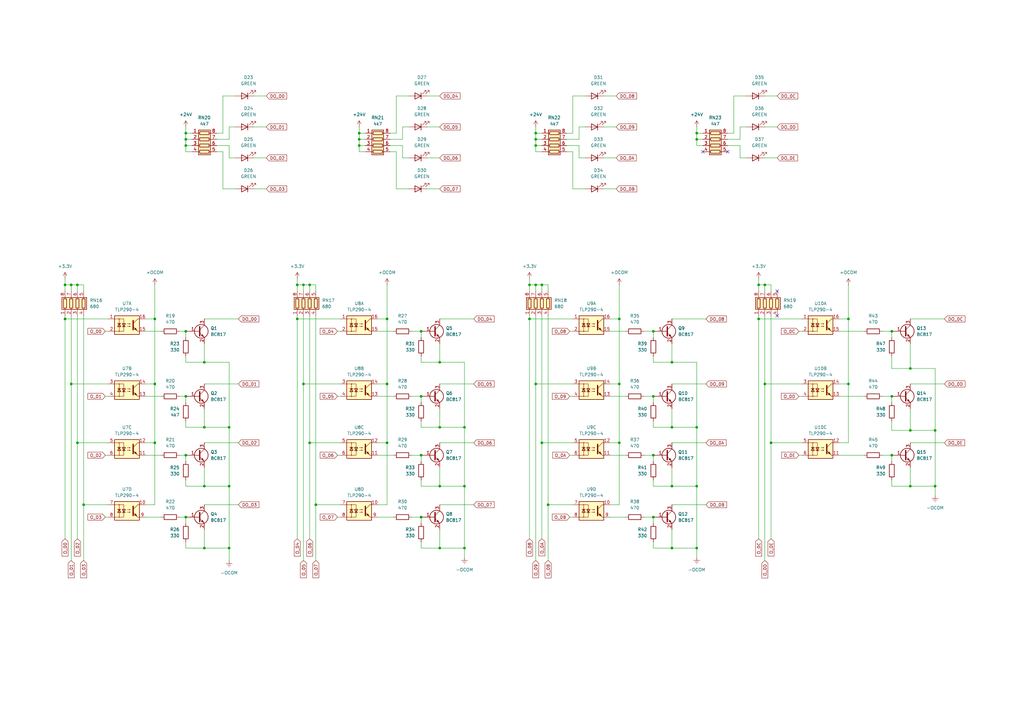
<source format=kicad_sch>
(kicad_sch (version 20231120) (generator "eeschema") (generator_version "8.0")
  (paper "A3")
  (lib_symbols
    (symbol "+24V_1" (power) (pin_numbers hide) (pin_names (offset 0) hide)
      (property "Value" "+24V" (at 0 3.556 0))
      (symbol "+24V_1_1_1"
        (pin power_in line (at 0 0 90) (length 0) (name "~") (number "1"))
      )
    )
    (symbol "Device:LED" (pin_numbers hide) (pin_names (offset 1.016) hide)
      (property "Reference" "D" (at 0 2.54 0))
      (property "Value" "LED" (at 0 -2.54 0))
      (symbol "LED_1_1"
        (pin passive line (at -3.81 0 0) (length 2.54) (name "K") (number "1"))
        (pin passive line (at 3.81 0 180) (length 2.54) (name "A") (number "2"))
      )
    )
    (symbol "Device:R" (pin_numbers hide) (pin_names (offset 0))
      (property "Reference" "R" (at 2.032 0 90))
      (property "Value" "R" (at 0 0 90))
      (symbol "R_1_1"
        (pin passive line (at 0 3.81 270) (length 1.27) (name "~") (number "1"))
        (pin passive line (at 0 -3.81 90) (length 1.27) (name "~") (number "2"))
      )
    )
    (symbol "Device:R_Pack04" (pin_names (offset 0) hide)
      (property "Reference" "RN" (at -7.62 0 90))
      (property "Value" "R_Pack04" (at 5.08 0 90))
      (symbol "R_Pack04_1_1"
        (pin passive line (at -5.08 -5.08 90) (length 2.54) (name "R1.1") (number "1"))
        (pin passive line (at -2.54 -5.08 90) (length 2.54) (name "R2.1") (number "2"))
        (pin passive line (at 0 -5.08 90) (length 2.54) (name "R3.1") (number "3"))
        (pin passive line (at 2.54 -5.08 90) (length 2.54) (name "R4.1") (number "4"))
        (pin passive line (at 2.54 5.08 270) (length 2.54) (name "R4.2") (number "5"))
        (pin passive line (at 0 5.08 270) (length 2.54) (name "R3.2") (number "6"))
        (pin passive line (at -2.54 5.08 270) (length 2.54) (name "R2.2") (number "7"))
        (pin passive line (at -5.08 5.08 270) (length 2.54) (name "R1.2") (number "8"))
      )
    )
    (symbol "Isolator:TLP290-4" (pin_names (offset 1.016))
      (property "Reference" "U" (at -5.08 5.08 0))
      (property "Value" "TLP290-4" (at 0 5.08 0))
      (symbol "TLP290-4_1_1"
        (pin passive line (at -7.62 2.54 0) (length 2.54) (name "~") (number "1"))
        (pin passive line (at 7.62 -2.54 180) (length 2.54) (name "~") (number "15"))
        (pin passive line (at 7.62 2.54 180) (length 2.54) (name "~") (number "16"))
        (pin passive line (at -7.62 -2.54 0) (length 2.54) (name "~") (number "2"))
      )
      (symbol "TLP290-4_2_1"
        (pin passive line (at 7.62 -2.54 180) (length 2.54) (name "~") (number "13"))
        (pin passive line (at 7.62 2.54 180) (length 2.54) (name "~") (number "14"))
        (pin passive line (at -7.62 2.54 0) (length 2.54) (name "~") (number "3"))
        (pin passive line (at -7.62 -2.54 0) (length 2.54) (name "~") (number "4"))
      )
      (symbol "TLP290-4_3_1"
        (pin passive line (at 7.62 -2.54 180) (length 2.54) (name "~") (number "11"))
        (pin passive line (at 7.62 2.54 180) (length 2.54) (name "~") (number "12"))
        (pin passive line (at -7.62 2.54 0) (length 2.54) (name "~") (number "5"))
        (pin passive line (at -7.62 -2.54 0) (length 2.54) (name "~") (number "6"))
      )
      (symbol "TLP290-4_4_1"
        (pin passive line (at 7.62 2.54 180) (length 2.54) (name "~") (number "10"))
        (pin passive line (at -7.62 2.54 0) (length 2.54) (name "~") (number "7"))
        (pin passive line (at -7.62 -2.54 0) (length 2.54) (name "~") (number "8"))
        (pin passive line (at 7.62 -2.54 180) (length 2.54) (name "~") (number "9"))
      )
    )
    (symbol "R_Pack04_3" (pin_names (offset 0) hide)
      (property "Reference" "RN" (at -7.62 0 90))
      (property "Value" "R_Pack04" (at 5.08 0 90))
      (symbol "R_Pack04_3_1_1"
        (pin passive line (at -5.08 -5.08 90) (length 2.54) (name "R1.1") (number "1"))
        (pin passive line (at -2.54 -5.08 90) (length 2.54) (name "R2.1") (number "2"))
        (pin passive line (at 0 -5.08 90) (length 2.54) (name "R3.1") (number "3"))
        (pin passive line (at 2.54 -5.08 90) (length 2.54) (name "R4.1") (number "4"))
        (pin passive line (at 2.54 5.08 270) (length 2.54) (name "R4.2") (number "5"))
        (pin passive line (at 0 5.08 270) (length 2.54) (name "R3.2") (number "6"))
        (pin passive line (at -2.54 5.08 270) (length 2.54) (name "R2.2") (number "7"))
        (pin passive line (at -5.08 5.08 270) (length 2.54) (name "R1.2") (number "8"))
      )
    )
    (symbol "Transistor_BJT:BC817" (pin_names (offset 0) hide)
      (property "Reference" "Q" (at 5.08 1.905 0))
      (property "Value" "BC817" (at 5.08 0 0))
      (symbol "BC817_1_1"
        (pin input line (at -5.08 0 0) (length 5.715) (name "B") (number "1"))
        (pin passive line (at 2.54 -5.08 90) (length 2.54) (name "E") (number "2"))
        (pin passive line (at 2.54 5.08 270) (length 2.54) (name "C") (number "3"))
      )
    )
    (symbol "power:+24V" (power) (pin_names (offset 0))
      (property "Value" "+24V" (at 0 3.556 0))
      (symbol "+24V_1_1"
        (pin power_in line (at 0 0 90) (length 0) hide (name "+24V") (number "1"))
      )
    )
    (symbol "power:GNDREF" (power) (pin_names (offset 0))
      (property "Value" "GNDREF" (at 0 -3.81 0))
      (symbol "GNDREF_1_1"
        (pin power_in line (at 0 0 270) (length 0) hide (name "GNDREF") (number "1"))
      )
    )
  )
  (junction (at 129.54 207.01))
  (junction (at 180.34 148.59))
  (junction (at 158.75 157.48))
  (junction (at 285.75 54.61))
  (junction (at 365.76 135.89))
  (junction (at 217.17 130.81))
  (junction (at 121.92 116.84))
  (junction (at 313.69 157.48))
  (junction (at 93.98 175.26))
  (junction (at 26.67 130.81))
  (junction (at 190.5 199.39))
  (junction (at 316.23 181.61))
  (junction (at 63.5 130.81))
  (junction (at 63.5 157.48))
  (junction (at 285.75 199.39))
  (junction (at 219.71 116.84))
  (junction (at 219.71 59.69))
  (junction (at 285.75 175.26))
  (junction (at 217.17 116.84))
  (junction (at 93.98 199.39))
  (junction (at 147.32 59.69))
  (junction (at 254 130.81))
  (junction (at 31.75 116.84))
  (junction (at 147.32 57.15))
  (junction (at 313.69 116.84))
  (junction (at 190.5 175.26))
  (junction (at 275.59 175.26))
  (junction (at 83.82 199.39))
  (junction (at 285.75 224.79))
  (junction (at 275.59 148.59))
  (junction (at 26.67 116.84))
  (junction (at 83.82 175.26))
  (junction (at 365.76 186.69))
  (junction (at 76.2 54.61))
  (junction (at 180.34 175.26))
  (junction (at 347.98 130.81))
  (junction (at 127 181.61))
  (junction (at 29.21 116.84))
  (junction (at 158.75 181.61))
  (junction (at 219.71 157.48))
  (junction (at 158.75 130.81))
  (junction (at 373.38 151.13))
  (junction (at 254 181.61))
  (junction (at 76.2 57.15))
  (junction (at 83.82 224.79))
  (junction (at 180.34 224.79))
  (junction (at 347.98 157.48))
  (junction (at 311.15 130.81))
  (junction (at 34.29 207.01))
  (junction (at 311.15 116.84))
  (junction (at 124.46 157.48))
  (junction (at 383.54 199.39))
  (junction (at 180.34 199.39))
  (junction (at 121.92 130.81))
  (junction (at 365.76 162.56))
  (junction (at 383.54 176.53))
  (junction (at 172.72 212.09))
  (junction (at 267.97 186.69))
  (junction (at 267.97 162.56))
  (junction (at 224.79 207.01))
  (junction (at 190.5 224.79))
  (junction (at 219.71 57.15))
  (junction (at 267.97 135.89))
  (junction (at 222.25 181.61))
  (junction (at 147.32 54.61))
  (junction (at 172.72 186.69))
  (junction (at 219.71 54.61))
  (junction (at 76.2 59.69))
  (junction (at 172.72 135.89))
  (junction (at 222.25 116.84))
  (junction (at 124.46 116.84))
  (junction (at 275.59 224.79))
  (junction (at 76.2 186.69))
  (junction (at 254 157.48))
  (junction (at 127 116.84))
  (junction (at 76.2 135.89))
  (junction (at 83.82 148.59))
  (junction (at 93.98 224.79))
  (junction (at 29.21 157.48))
  (junction (at 373.38 176.53))
  (junction (at 373.38 199.39))
  (junction (at 172.72 162.56))
  (junction (at 31.75 181.61))
  (junction (at 76.2 212.09))
  (junction (at 267.97 212.09))
  (junction (at 285.75 57.15))
  (junction (at 63.5 181.61))
  (junction (at 275.59 199.39))
  (junction (at 76.2 162.56))
  (no_connect (at 318.77 129.54))
  (no_connect (at 318.77 119.38))
  (no_connect (at 288.29 62.23))
  (no_connect (at 298.45 62.23))
  (wire (pts (xy 233.68 162.56) (xy 234.95 162.56)))
  (wire (pts (xy 138.43 162.56) (xy 139.7 162.56)))
  (wire (pts (xy 240.03 64.77) (xy 237.49 64.77)))
  (wire (pts (xy 275.59 224.79) (xy 285.75 224.79)))
  (wire (pts (xy 59.69 186.69) (xy 66.04 186.69)))
  (wire (pts (xy 63.5 157.48) (xy 63.5 130.81)))
  (wire (pts (xy 219.71 59.69) (xy 219.71 62.23)))
  (wire (pts (xy 234.95 54.61) (xy 234.95 39.37)))
  (wire (pts (xy 168.91 162.56) (xy 172.72 162.56)))
  (wire (pts (xy 83.82 148.59) (xy 93.98 148.59)))
  (wire (pts (xy 172.72 172.72) (xy 172.72 175.26)))
  (wire (pts (xy 344.17 130.81) (xy 347.98 130.81)))
  (wire (pts (xy 147.32 59.69) (xy 147.32 62.23)))
  (wire (pts (xy 285.75 54.61) (xy 285.75 57.15)))
  (wire (pts (xy 31.75 116.84) (xy 29.21 116.84)))
  (wire (pts (xy 303.53 52.07) (xy 306.07 52.07)))
  (wire (pts (xy 83.82 157.48) (xy 97.79 157.48)))
  (wire (pts (xy 59.69 135.89) (xy 66.04 135.89)))
  (wire (pts (xy 219.71 57.15) (xy 222.25 57.15)))
  (wire (pts (xy 275.59 157.48) (xy 289.56 157.48)))
  (wire (pts (xy 373.38 167.64) (xy 373.38 176.53)))
  (wire (pts (xy 149.86 54.61) (xy 147.32 54.61)))
  (wire (pts (xy 76.2 175.26) (xy 83.82 175.26)))
  (wire (pts (xy 63.5 181.61) (xy 63.5 207.01)))
  (wire (pts (xy 138.43 135.89) (xy 139.7 135.89)))
  (wire (pts (xy 373.38 199.39) (xy 383.54 199.39)))
  (wire (pts (xy 275.59 140.97) (xy 275.59 148.59)))
  (wire (pts (xy 219.71 116.84) (xy 217.17 116.84)))
  (wire (pts (xy 172.72 222.25) (xy 172.72 224.79)))
  (wire (pts (xy 138.43 186.69) (xy 139.7 186.69)))
  (wire (pts (xy 344.17 162.56) (xy 354.33 162.56)))
  (wire (pts (xy 76.2 222.25) (xy 76.2 224.79)))
  (wire (pts (xy 365.76 199.39) (xy 373.38 199.39)))
  (wire (pts (xy 303.53 64.77) (xy 303.53 59.69)))
  (wire (pts (xy 254 157.48) (xy 254 130.81)))
  (wire (pts (xy 59.69 207.01) (xy 63.5 207.01)))
  (wire (pts (xy 267.97 146.05) (xy 267.97 148.59)))
  (wire (pts (xy 76.2 189.23) (xy 76.2 186.69)))
  (wire (pts (xy 175.26 77.47) (xy 180.34 77.47)))
  (wire (pts (xy 172.72 138.43) (xy 172.72 135.89)))
  (wire (pts (xy 219.71 62.23) (xy 222.25 62.23)))
  (wire (pts (xy 172.72 175.26) (xy 180.34 175.26)))
  (wire (pts (xy 285.75 199.39) (xy 285.75 175.26)))
  (wire (pts (xy 219.71 116.84) (xy 219.71 119.38)))
  (wire (pts (xy 285.75 148.59) (xy 275.59 148.59)))
  (wire (pts (xy 298.45 54.61) (xy 300.99 54.61)))
  (wire (pts (xy 129.54 207.01) (xy 139.7 207.01)))
  (wire (pts (xy 264.16 162.56) (xy 267.97 162.56)))
  (wire (pts (xy 264.16 186.69) (xy 267.97 186.69)))
  (wire (pts (xy 149.86 59.69) (xy 147.32 59.69)))
  (wire (pts (xy 365.76 146.05) (xy 365.76 151.13)))
  (wire (pts (xy 232.41 54.61) (xy 234.95 54.61)))
  (wire (pts (xy 250.19 186.69) (xy 256.54 186.69)))
  (wire (pts (xy 313.69 157.48) (xy 313.69 229.87)))
  (wire (pts (xy 91.44 54.61) (xy 91.44 39.37)))
  (wire (pts (xy 316.23 129.54) (xy 316.23 181.61)))
  (wire (pts (xy 267.97 199.39) (xy 275.59 199.39)))
  (wire (pts (xy 303.53 57.15) (xy 303.53 52.07)))
  (wire (pts (xy 96.52 64.77) (xy 93.98 64.77)))
  (wire (pts (xy 267.97 224.79) (xy 275.59 224.79)))
  (wire (pts (xy 254 181.61) (xy 254 157.48)))
  (wire (pts (xy 190.5 228.6) (xy 190.5 224.79)))
  (wire (pts (xy 365.76 151.13) (xy 373.38 151.13)))
  (wire (pts (xy 222.25 181.61) (xy 222.25 220.98)))
  (wire (pts (xy 285.75 228.6) (xy 285.75 224.79)))
  (wire (pts (xy 172.72 214.63) (xy 172.72 212.09)))
  (wire (pts (xy 93.98 52.07) (xy 96.52 52.07)))
  (wire (pts (xy 121.92 130.81) (xy 139.7 130.81)))
  (wire (pts (xy 344.17 135.89) (xy 354.33 135.89)))
  (wire (pts (xy 180.34 157.48) (xy 194.31 157.48)))
  (wire (pts (xy 250.19 162.56) (xy 256.54 162.56)))
  (wire (pts (xy 34.29 116.84) (xy 31.75 116.84)))
  (wire (pts (xy 154.94 162.56) (xy 161.29 162.56)))
  (wire (pts (xy 373.38 181.61) (xy 387.35 181.61)))
  (wire (pts (xy 254 130.81) (xy 254 116.84)))
  (wire (pts (xy 250.19 135.89) (xy 256.54 135.89)))
  (wire (pts (xy 124.46 116.84) (xy 121.92 116.84)))
  (wire (pts (xy 383.54 199.39) (xy 383.54 176.53)))
  (wire (pts (xy 180.34 217.17) (xy 180.34 224.79)))
  (wire (pts (xy 76.2 59.69) (xy 76.2 57.15)))
  (wire (pts (xy 172.72 199.39) (xy 180.34 199.39)))
  (wire (pts (xy 93.98 148.59) (xy 93.98 175.26)))
  (wire (pts (xy 76.2 165.1) (xy 76.2 162.56)))
  (wire (pts (xy 365.76 138.43) (xy 365.76 135.89)))
  (wire (pts (xy 313.69 129.54) (xy 313.69 157.48)))
  (wire (pts (xy 219.71 59.69) (xy 219.71 57.15)))
  (wire (pts (xy 121.92 129.54) (xy 121.92 130.81)))
  (wire (pts (xy 26.67 130.81) (xy 26.67 220.98)))
  (wire (pts (xy 217.17 130.81) (xy 217.17 220.98)))
  (wire (pts (xy 88.9 57.15) (xy 93.98 57.15)))
  (wire (pts (xy 76.2 138.43) (xy 76.2 135.89)))
  (wire (pts (xy 300.99 54.61) (xy 300.99 39.37)))
  (wire (pts (xy 285.75 175.26) (xy 285.75 148.59)))
  (wire (pts (xy 83.82 140.97) (xy 83.82 148.59)))
  (wire (pts (xy 162.56 54.61) (xy 162.56 39.37)))
  (wire (pts (xy 180.34 167.64) (xy 180.34 175.26)))
  (wire (pts (xy 43.18 135.89) (xy 44.45 135.89)))
  (wire (pts (xy 373.38 130.81) (xy 387.35 130.81)))
  (wire (pts (xy 43.18 162.56) (xy 44.45 162.56)))
  (wire (pts (xy 373.38 157.48) (xy 387.35 157.48)))
  (wire (pts (xy 275.59 130.81) (xy 289.56 130.81)))
  (wire (pts (xy 313.69 52.07) (xy 318.77 52.07)))
  (wire (pts (xy 158.75 130.81) (xy 158.75 116.84)))
  (wire (pts (xy 233.68 135.89) (xy 234.95 135.89)))
  (wire (pts (xy 298.45 57.15) (xy 303.53 57.15)))
  (wire (pts (xy 267.97 214.63) (xy 267.97 212.09)))
  (wire (pts (xy 237.49 64.77) (xy 237.49 59.69)))
  (wire (pts (xy 232.41 57.15) (xy 237.49 57.15)))
  (wire (pts (xy 222.25 181.61) (xy 234.95 181.61)))
  (wire (pts (xy 83.82 207.01) (xy 97.79 207.01)))
  (wire (pts (xy 78.74 54.61) (xy 76.2 54.61)))
  (wire (pts (xy 124.46 157.48) (xy 124.46 229.87)))
  (wire (pts (xy 121.92 116.84) (xy 121.92 119.38)))
  (wire (pts (xy 76.2 214.63) (xy 76.2 212.09)))
  (wire (pts (xy 129.54 116.84) (xy 127 116.84)))
  (wire (pts (xy 31.75 181.61) (xy 31.75 220.98)))
  (wire (pts (xy 83.82 199.39) (xy 93.98 199.39)))
  (wire (pts (xy 168.91 135.89) (xy 172.72 135.89)))
  (wire (pts (xy 250.19 157.48) (xy 254 157.48)))
  (wire (pts (xy 172.72 165.1) (xy 172.72 162.56)))
  (wire (pts (xy 127 181.61) (xy 127 220.98)))
  (wire (pts (xy 59.69 157.48) (xy 63.5 157.48)))
  (wire (pts (xy 234.95 77.47) (xy 240.03 77.47)))
  (wire (pts (xy 383.54 151.13) (xy 373.38 151.13)))
  (wire (pts (xy 93.98 175.26) (xy 93.98 199.39)))
  (wire (pts (xy 303.53 59.69) (xy 298.45 59.69)))
  (wire (pts (xy 267.97 138.43) (xy 267.97 135.89)))
  (wire (pts (xy 288.29 54.61) (xy 285.75 54.61)))
  (wire (pts (xy 313.69 116.84) (xy 311.15 116.84)))
  (wire (pts (xy 26.67 129.54) (xy 26.67 130.81)))
  (wire (pts (xy 59.69 130.81) (xy 63.5 130.81)))
  (wire (pts (xy 247.65 39.37) (xy 252.73 39.37)))
  (wire (pts (xy 344.17 181.61) (xy 347.98 181.61)))
  (wire (pts (xy 78.74 59.69) (xy 76.2 59.69)))
  (wire (pts (xy 158.75 181.61) (xy 158.75 207.01)))
  (wire (pts (xy 247.65 52.07) (xy 252.73 52.07)))
  (wire (pts (xy 311.15 116.84) (xy 311.15 119.38)))
  (wire (pts (xy 76.2 54.61) (xy 76.2 57.15)))
  (wire (pts (xy 73.66 212.09) (xy 76.2 212.09)))
  (wire (pts (xy 383.54 176.53) (xy 373.38 176.53)))
  (wire (pts (xy 127 129.54) (xy 127 181.61)))
  (wire (pts (xy 313.69 116.84) (xy 313.69 119.38)))
  (wire (pts (xy 31.75 116.84) (xy 31.75 119.38)))
  (wire (pts (xy 285.75 175.26) (xy 275.59 175.26)))
  (wire (pts (xy 175.26 52.07) (xy 180.34 52.07)))
  (wire (pts (xy 180.34 181.61) (xy 194.31 181.61)))
  (wire (pts (xy 267.97 222.25) (xy 267.97 224.79)))
  (wire (pts (xy 167.64 64.77) (xy 165.1 64.77)))
  (wire (pts (xy 172.72 189.23) (xy 172.72 186.69)))
  (wire (pts (xy 172.72 196.85) (xy 172.72 199.39)))
  (wire (pts (xy 121.92 116.84) (xy 121.92 114.3)))
  (wire (pts (xy 275.59 181.61) (xy 289.56 181.61)))
  (wire (pts (xy 264.16 212.09) (xy 267.97 212.09)))
  (wire (pts (xy 158.75 181.61) (xy 158.75 157.48)))
  (wire (pts (xy 234.95 62.23) (xy 234.95 77.47)))
  (wire (pts (xy 162.56 39.37) (xy 167.64 39.37)))
  (wire (pts (xy 365.76 189.23) (xy 365.76 186.69)))
  (wire (pts (xy 104.14 52.07) (xy 109.22 52.07)))
  (wire (pts (xy 237.49 52.07) (xy 240.03 52.07)))
  (wire (pts (xy 93.98 224.79) (xy 93.98 229.87)))
  (wire (pts (xy 162.56 77.47) (xy 167.64 77.47)))
  (wire (pts (xy 83.82 217.17) (xy 83.82 224.79)))
  (wire (pts (xy 275.59 191.77) (xy 275.59 199.39)))
  (wire (pts (xy 275.59 207.01) (xy 289.56 207.01)))
  (wire (pts (xy 313.69 64.77) (xy 318.77 64.77)))
  (wire (pts (xy 224.79 116.84) (xy 222.25 116.84)))
  (wire (pts (xy 76.2 172.72) (xy 76.2 175.26)))
  (wire (pts (xy 160.02 57.15) (xy 165.1 57.15)))
  (wire (pts (xy 233.68 212.09) (xy 234.95 212.09)))
  (wire (pts (xy 365.76 165.1) (xy 365.76 162.56)))
  (wire (pts (xy 190.5 224.79) (xy 190.5 199.39)))
  (wire (pts (xy 361.95 162.56) (xy 365.76 162.56)))
  (wire (pts (xy 129.54 129.54) (xy 129.54 207.01)))
  (wire (pts (xy 180.34 207.01) (xy 194.31 207.01)))
  (wire (pts (xy 26.67 116.84) (xy 26.67 114.3)))
  (wire (pts (xy 190.5 175.26) (xy 190.5 148.59)))
  (wire (pts (xy 93.98 59.69) (xy 88.9 59.69)))
  (wire (pts (xy 306.07 64.77) (xy 303.53 64.77)))
  (wire (pts (xy 285.75 59.69) (xy 285.75 57.15)))
  (wire (pts (xy 267.97 165.1) (xy 267.97 162.56)))
  (wire (pts (xy 180.34 130.81) (xy 194.31 130.81)))
  (wire (pts (xy 129.54 207.01) (xy 129.54 229.87)))
  (wire (pts (xy 43.18 212.09) (xy 44.45 212.09)))
  (wire (pts (xy 34.29 129.54) (xy 34.29 207.01)))
  (wire (pts (xy 285.75 224.79) (xy 285.75 199.39)))
  (wire (pts (xy 147.32 59.69) (xy 147.32 57.15)))
  (wire (pts (xy 313.69 39.37) (xy 318.77 39.37)))
  (wire (pts (xy 160.02 54.61) (xy 162.56 54.61)))
  (wire (pts (xy 29.21 129.54) (xy 29.21 157.48)))
  (wire (pts (xy 104.14 39.37) (xy 109.22 39.37)))
  (wire (pts (xy 190.5 175.26) (xy 180.34 175.26)))
  (wire (pts (xy 73.66 162.56) (xy 76.2 162.56)))
  (wire (pts (xy 154.94 212.09) (xy 161.29 212.09)))
  (wire (pts (xy 219.71 54.61) (xy 219.71 57.15)))
  (wire (pts (xy 91.44 77.47) (xy 96.52 77.47)))
  (wire (pts (xy 361.95 135.89) (xy 365.76 135.89)))
  (wire (pts (xy 373.38 191.77) (xy 373.38 199.39)))
  (wire (pts (xy 316.23 181.61) (xy 328.93 181.61)))
  (wire (pts (xy 172.72 146.05) (xy 172.72 148.59)))
  (wire (pts (xy 222.25 54.61) (xy 219.71 54.61)))
  (wire (pts (xy 232.41 62.23) (xy 234.95 62.23)))
  (wire (pts (xy 165.1 64.77) (xy 165.1 59.69)))
  (wire (pts (xy 234.95 39.37) (xy 240.03 39.37)))
  (wire (pts (xy 76.2 62.23) (xy 78.74 62.23)))
  (wire (pts (xy 217.17 116.84) (xy 217.17 114.3)))
  (wire (pts (xy 383.54 203.2) (xy 383.54 199.39)))
  (wire (pts (xy 43.18 186.69) (xy 44.45 186.69)))
  (wire (pts (xy 347.98 181.61) (xy 347.98 157.48)))
  (wire (pts (xy 224.79 119.38) (xy 224.79 116.84)))
  (wire (pts (xy 217.17 130.81) (xy 234.95 130.81)))
  (wire (pts (xy 34.29 207.01) (xy 44.45 207.01)))
  (wire (pts (xy 76.2 196.85) (xy 76.2 199.39)))
  (wire (pts (xy 154.94 207.01) (xy 158.75 207.01)))
  (wire (pts (xy 267.97 196.85) (xy 267.97 199.39)))
  (wire (pts (xy 267.97 189.23) (xy 267.97 186.69)))
  (wire (pts (xy 250.19 181.61) (xy 254 181.61)))
  (wire (pts (xy 63.5 181.61) (xy 63.5 157.48)))
  (wire (pts (xy 365.76 172.72) (xy 365.76 176.53)))
  (wire (pts (xy 233.68 186.69) (xy 234.95 186.69)))
  (wire (pts (xy 311.15 116.84) (xy 311.15 114.3)))
  (wire (pts (xy 285.75 199.39) (xy 275.59 199.39)))
  (wire (pts (xy 124.46 129.54) (xy 124.46 157.48)))
  (wire (pts (xy 311.15 130.81) (xy 311.15 220.98)))
  (wire (pts (xy 222.25 59.69) (xy 219.71 59.69)))
  (wire (pts (xy 93.98 224.79) (xy 83.82 224.79)))
  (wire (pts (xy 73.66 135.89) (xy 76.2 135.89)))
  (wire (pts (xy 147.32 57.15) (xy 149.86 57.15)))
  (wire (pts (xy 147.32 62.23) (xy 149.86 62.23)))
  (wire (pts (xy 267.97 172.72) (xy 267.97 175.26)))
  (wire (pts (xy 250.19 130.81) (xy 254 130.81)))
  (wire (pts (xy 219.71 52.07) (xy 219.71 54.61)))
  (wire (pts (xy 254 181.61) (xy 254 207.01)))
  (wire (pts (xy 31.75 129.54) (xy 31.75 181.61)))
  (wire (pts (xy 172.72 148.59) (xy 180.34 148.59)))
  (wire (pts (xy 91.44 39.37) (xy 96.52 39.37)))
  (wire (pts (xy 83.82 175.26) (xy 93.98 175.26)))
  (wire (pts (xy 83.82 191.77) (xy 83.82 199.39)))
  (wire (pts (xy 365.76 196.85) (xy 365.76 199.39)))
  (wire (pts (xy 190.5 199.39) (xy 190.5 175.26)))
  (wire (pts (xy 222.25 116.84) (xy 222.25 119.38)))
  (wire (pts (xy 127 116.84) (xy 127 119.38)))
  (wire (pts (xy 175.26 64.77) (xy 180.34 64.77)))
  (wire (pts (xy 147.32 54.61) (xy 147.32 57.15)))
  (wire (pts (xy 127 181.61) (xy 139.7 181.61)))
  (wire (pts (xy 180.34 148.59) (xy 190.5 148.59)))
  (wire (pts (xy 34.29 207.01) (xy 34.29 229.87)))
  (wire (pts (xy 275.59 167.64) (xy 275.59 175.26)))
  (wire (pts (xy 76.2 148.59) (xy 83.82 148.59)))
  (wire (pts (xy 219.71 129.54) (xy 219.71 157.48)))
  (wire (pts (xy 124.46 116.84) (xy 124.46 119.38)))
  (wire (pts (xy 59.69 212.09) (xy 66.04 212.09)))
  (wire (pts (xy 311.15 130.81) (xy 328.93 130.81)))
  (wire (pts (xy 104.14 64.77) (xy 109.22 64.77)))
  (wire (pts (xy 237.49 59.69) (xy 232.41 59.69)))
  (wire (pts (xy 44.45 157.48) (xy 29.21 157.48)))
  (wire (pts (xy 219.71 157.48) (xy 219.71 229.87)))
  (wire (pts (xy 29.21 157.48) (xy 29.21 229.87)))
  (wire (pts (xy 222.25 129.54) (xy 222.25 181.61)))
  (wire (pts (xy 63.5 130.81) (xy 63.5 116.84)))
  (wire (pts (xy 327.66 135.89) (xy 328.93 135.89)))
  (wire (pts (xy 316.23 116.84) (xy 313.69 116.84)))
  (wire (pts (xy 165.1 52.07) (xy 167.64 52.07)))
  (wire (pts (xy 88.9 54.61) (xy 91.44 54.61)))
  (wire (pts (xy 138.43 212.09) (xy 139.7 212.09)))
  (wire (pts (xy 285.75 57.15) (xy 288.29 57.15)))
  (wire (pts (xy 165.1 57.15) (xy 165.1 52.07)))
  (wire (pts (xy 344.17 186.69) (xy 354.33 186.69)))
  (wire (pts (xy 154.94 186.69) (xy 161.29 186.69)))
  (wire (pts (xy 76.2 146.05) (xy 76.2 148.59)))
  (wire (pts (xy 165.1 59.69) (xy 160.02 59.69)))
  (wire (pts (xy 217.17 129.54) (xy 217.17 130.81)))
  (wire (pts (xy 224.79 207.01) (xy 224.79 229.87)))
  (wire (pts (xy 127 116.84) (xy 124.46 116.84)))
  (wire (pts (xy 162.56 62.23) (xy 162.56 77.47)))
  (wire (pts (xy 361.95 186.69) (xy 365.76 186.69)))
  (wire (pts (xy 83.82 167.64) (xy 83.82 175.26)))
  (wire (pts (xy 154.94 130.81) (xy 158.75 130.81)))
  (wire (pts (xy 175.26 39.37) (xy 180.34 39.37)))
  (wire (pts (xy 180.34 191.77) (xy 180.34 199.39)))
  (wire (pts (xy 154.94 157.48) (xy 158.75 157.48)))
  (wire (pts (xy 275.59 217.17) (xy 275.59 224.79)))
  (wire (pts (xy 217.17 116.84) (xy 217.17 119.38)))
  (wire (pts (xy 88.9 62.23) (xy 91.44 62.23)))
  (wire (pts (xy 59.69 181.61) (xy 63.5 181.61)))
  (wire (pts (xy 347.98 157.48) (xy 347.98 130.81)))
  (wire (pts (xy 311.15 129.54) (xy 311.15 130.81)))
  (wire (pts (xy 224.79 129.54) (xy 224.79 207.01)))
  (wire (pts (xy 365.76 176.53) (xy 373.38 176.53)))
  (wire (pts (xy 31.75 181.61) (xy 44.45 181.61)))
  (wire (pts (xy 288.29 59.69) (xy 285.75 59.69)))
  (wire (pts (xy 250.19 207.01) (xy 254 207.01)))
  (wire (pts (xy 83.82 130.81) (xy 97.79 130.81)))
  (wire (pts (xy 327.66 186.69) (xy 328.93 186.69)))
  (wire (pts (xy 172.72 224.79) (xy 180.34 224.79)))
  (wire (pts (xy 267.97 148.59) (xy 275.59 148.59)))
  (wire (pts (xy 154.94 181.61) (xy 158.75 181.61)))
  (wire (pts (xy 29.21 116.84) (xy 29.21 119.38)))
  (wire (pts (xy 76.2 52.07) (xy 76.2 54.61)))
  (wire (pts (xy 104.14 77.47) (xy 109.22 77.47)))
  (wire (pts (xy 26.67 130.81) (xy 44.45 130.81)))
  (wire (pts (xy 316.23 116.84) (xy 316.23 119.38)))
  (wire (pts (xy 76.2 59.69) (xy 76.2 62.23)))
  (wire (pts (xy 160.02 62.23) (xy 162.56 62.23)))
  (wire (pts (xy 285.75 52.07) (xy 285.75 54.61)))
  (wire (pts (xy 76.2 57.15) (xy 78.74 57.15)))
  (wire (pts (xy 147.32 52.07) (xy 147.32 54.61)))
  (wire (pts (xy 76.2 224.79) (xy 83.82 224.79)))
  (wire (pts (xy 383.54 176.53) (xy 383.54 151.13)))
  (wire (pts (xy 29.21 116.84) (xy 26.67 116.84)))
  (wire (pts (xy 76.2 199.39) (xy 83.82 199.39)))
  (wire (pts (xy 373.38 140.97) (xy 373.38 151.13)))
  (wire (pts (xy 93.98 57.15) (xy 93.98 52.07)))
  (wire (pts (xy 93.98 64.77) (xy 93.98 59.69)))
  (wire (pts (xy 237.49 57.15) (xy 237.49 52.07)))
  (wire (pts (xy 180.34 224.79) (xy 190.5 224.79)))
  (wire (pts (xy 73.66 186.69) (xy 76.2 186.69)))
  (wire (pts (xy 347.98 130.81) (xy 347.98 116.84)))
  (wire (pts (xy 344.17 157.48) (xy 347.98 157.48)))
  (wire (pts (xy 316.23 181.61) (xy 316.23 220.98)))
  (wire (pts (xy 224.79 207.01) (xy 234.95 207.01)))
  (wire (pts (xy 168.91 212.09) (xy 172.72 212.09)))
  (wire (pts (xy 168.91 186.69) (xy 172.72 186.69)))
  (wire (pts (xy 121.92 130.81) (xy 121.92 220.98)))
  (wire (pts (xy 34.29 119.38) (xy 34.29 116.84)))
  (wire (pts (xy 247.65 77.47) (xy 252.73 77.47)))
  (wire (pts (xy 190.5 199.39) (xy 180.34 199.39)))
  (wire (pts (xy 59.69 162.56) (xy 66.04 162.56)))
  (wire (pts (xy 234.95 157.48) (xy 219.71 157.48)))
  (wire (pts (xy 158.75 157.48) (xy 158.75 130.81)))
  (wire (pts (xy 222.25 116.84) (xy 219.71 116.84)))
  (wire (pts (xy 180.34 140.97) (xy 180.34 148.59)))
  (wire (pts (xy 328.93 157.48) (xy 313.69 157.48)))
  (wire (pts (xy 91.44 62.23) (xy 91.44 77.47)))
  (wire (pts (xy 300.99 39.37) (xy 306.07 39.37)))
  (wire (pts (xy 93.98 199.39) (xy 93.98 224.79)))
  (wire (pts (xy 250.19 212.09) (xy 256.54 212.09)))
  (wire (pts (xy 83.82 181.61) (xy 97.79 181.61)))
  (wire (pts (xy 139.7 157.48) (xy 124.46 157.48)))
  (wire (pts (xy 129.54 119.38) (xy 129.54 116.84)))
  (wire (pts (xy 247.65 64.77) (xy 252.73 64.77)))
  (wire (pts (xy 26.67 116.84) (xy 26.67 119.38)))
  (wire (pts (xy 154.94 135.89) (xy 161.29 135.89)))
  (wire (pts (xy 267.97 175.26) (xy 275.59 175.26)))
  (wire (pts (xy 264.16 135.89) (xy 267.97 135.89)))
  (wire (pts (xy 327.66 162.56) (xy 328.93 162.56)))
  (global_label "O_06" (shape input) (at 138.43 186.69 180) (property "Intersheetrefs" "${INTERSHEET_REFS}" (effects (hide yes))))
  (global_label "O_02" (shape input) (at 43.18 186.69 180) (property "Intersheetrefs" "${INTERSHEET_REFS}" (effects (hide yes))))
  (global_label "O_0C" (shape input) (at 311.15 220.98 270) (property "Intersheetrefs" "${INTERSHEET_REFS}" (effects (hide yes))))
  (global_label "O_0C" (shape input) (at 327.66 135.89 180) (property "Intersheetrefs" "${INTERSHEET_REFS}" (effects (hide yes))))
  (global_label "O_00" (shape input) (at 26.67 220.98 270) (property "Intersheetrefs" "${INTERSHEET_REFS}" (effects (hide yes))))
  (global_label "O_09" (shape input) (at 219.71 229.87 270) (property "Intersheetrefs" "${INTERSHEET_REFS}" (effects (hide yes))))
  (global_label "DO_06" (shape input) (at 180.34 64.77 0) (property "Intersheetrefs" "${INTERSHEET_REFS}" (effects (hide yes))))
  (global_label "DO_0A" (shape input) (at 289.56 181.61 0) (property "Intersheetrefs" "${INTERSHEET_REFS}" (effects (hide yes))))
  (global_label "DO_04" (shape input) (at 180.34 39.37 0) (property "Intersheetrefs" "${INTERSHEET_REFS}" (effects (hide yes))))
  (global_label "DO_09" (shape input) (at 252.73 52.07 0) (property "Intersheetrefs" "${INTERSHEET_REFS}" (effects (hide yes))))
  (global_label "DO_05" (shape input) (at 180.34 52.07 0) (property "Intersheetrefs" "${INTERSHEET_REFS}" (effects (hide yes))))
  (global_label "O_07" (shape input) (at 129.54 229.87 270) (property "Intersheetrefs" "${INTERSHEET_REFS}" (effects (hide yes))))
  (global_label "O_0D" (shape input) (at 313.69 229.87 270) (property "Intersheetrefs" "${INTERSHEET_REFS}" (effects (hide yes))))
  (global_label "O_05" (shape input) (at 124.46 229.87 270) (property "Intersheetrefs" "${INTERSHEET_REFS}" (effects (hide yes))))
  (global_label "O_0A" (shape input) (at 233.68 186.69 180) (property "Intersheetrefs" "${INTERSHEET_REFS}" (effects (hide yes))))
  (global_label "O_04" (shape input) (at 138.43 135.89 180) (property "Intersheetrefs" "${INTERSHEET_REFS}" (effects (hide yes))))
  (global_label "O_08" (shape input) (at 233.68 135.89 180) (property "Intersheetrefs" "${INTERSHEET_REFS}" (effects (hide yes))))
  (global_label "O_07" (shape input) (at 138.43 212.09 180) (property "Intersheetrefs" "${INTERSHEET_REFS}" (effects (hide yes))))
  (global_label "O_09" (shape input) (at 233.68 162.56 180) (property "Intersheetrefs" "${INTERSHEET_REFS}" (effects (hide yes))))
  (global_label "O_0E" (shape input) (at 327.66 186.69 180) (property "Intersheetrefs" "${INTERSHEET_REFS}" (effects (hide yes))))
  (global_label "DO_00" (shape input) (at 97.79 130.81 0) (property "Intersheetrefs" "${INTERSHEET_REFS}" (effects (hide yes))))
  (global_label "DO_02" (shape input) (at 97.79 181.61 0) (property "Intersheetrefs" "${INTERSHEET_REFS}" (effects (hide yes))))
  (global_label "O_0E" (shape input) (at 316.23 220.98 270) (property "Intersheetrefs" "${INTERSHEET_REFS}" (effects (hide yes))))
  (global_label "DO_00" (shape input) (at 109.22 39.37 0) (property "Intersheetrefs" "${INTERSHEET_REFS}" (effects (hide yes))))
  (global_label "DO_08" (shape input) (at 289.56 130.81 0) (property "Intersheetrefs" "${INTERSHEET_REFS}" (effects (hide yes))))
  (global_label "O_04" (shape input) (at 121.92 220.98 270) (property "Intersheetrefs" "${INTERSHEET_REFS}" (effects (hide yes))))
  (global_label "DO_05" (shape input) (at 194.31 157.48 0) (property "Intersheetrefs" "${INTERSHEET_REFS}" (effects (hide yes))))
  (global_label "O_02" (shape input) (at 31.75 220.98 270) (property "Intersheetrefs" "${INTERSHEET_REFS}" (effects (hide yes))))
  (global_label "DO_02" (shape input) (at 109.22 64.77 0) (property "Intersheetrefs" "${INTERSHEET_REFS}" (effects (hide yes))))
  (global_label "DO_0B" (shape input) (at 289.56 207.01 0) (property "Intersheetrefs" "${INTERSHEET_REFS}" (effects (hide yes))))
  (global_label "DO_0C" (shape input) (at 318.77 39.37 0) (property "Intersheetrefs" "${INTERSHEET_REFS}" (effects (hide yes))))
  (global_label "O_0D" (shape input) (at 327.66 162.56 180) (property "Intersheetrefs" "${INTERSHEET_REFS}" (effects (hide yes))))
  (global_label "DO_01" (shape input) (at 97.79 157.48 0) (property "Intersheetrefs" "${INTERSHEET_REFS}" (effects (hide yes))))
  (global_label "DO_0E" (shape input) (at 318.77 64.77 0) (property "Intersheetrefs" "${INTERSHEET_REFS}" (effects (hide yes))))
  (global_label "O_08" (shape input) (at 217.17 220.98 270) (property "Intersheetrefs" "${INTERSHEET_REFS}" (effects (hide yes))))
  (global_label "DO_0B" (shape input) (at 252.73 77.47 0) (property "Intersheetrefs" "${INTERSHEET_REFS}" (effects (hide yes))))
  (global_label "DO_08" (shape input) (at 252.73 39.37 0) (property "Intersheetrefs" "${INTERSHEET_REFS}" (effects (hide yes))))
  (global_label "DO_01" (shape input) (at 109.22 52.07 0) (property "Intersheetrefs" "${INTERSHEET_REFS}" (effects (hide yes))))
  (global_label "DO_0D" (shape input) (at 318.77 52.07 0) (property "Intersheetrefs" "${INTERSHEET_REFS}" (effects (hide yes))))
  (global_label "DO_03" (shape input) (at 97.79 207.01 0) (property "Intersheetrefs" "${INTERSHEET_REFS}" (effects (hide yes))))
  (global_label "DO_06" (shape input) (at 194.31 181.61 0) (property "Intersheetrefs" "${INTERSHEET_REFS}" (effects (hide yes))))
  (global_label "DO_0E" (shape input) (at 387.35 181.61 0) (property "Intersheetrefs" "${INTERSHEET_REFS}" (effects (hide yes))))
  (global_label "DO_0A" (shape input) (at 252.73 64.77 0) (property "Intersheetrefs" "${INTERSHEET_REFS}" (effects (hide yes))))
  (global_label "DO_04" (shape input) (at 194.31 130.81 0) (property "Intersheetrefs" "${INTERSHEET_REFS}" (effects (hide yes))))
  (global_label "O_03" (shape input) (at 34.29 229.87 270) (property "Intersheetrefs" "${INTERSHEET_REFS}" (effects (hide yes))))
  (global_label "O_01" (shape input) (at 43.18 162.56 180) (property "Intersheetrefs" "${INTERSHEET_REFS}" (effects (hide yes))))
  (global_label "O_0B" (shape input) (at 233.68 212.09 180) (property "Intersheetrefs" "${INTERSHEET_REFS}" (effects (hide yes))))
  (global_label "DO_0C" (shape input) (at 387.35 130.81 0) (property "Intersheetrefs" "${INTERSHEET_REFS}" (effects (hide yes))))
  (global_label "DO_03" (shape input) (at 109.22 77.47 0) (property "Intersheetrefs" "${INTERSHEET_REFS}" (effects (hide yes))))
  (global_label "DO_0D" (shape input) (at 387.35 157.48 0) (property "Intersheetrefs" "${INTERSHEET_REFS}" (effects (hide yes))))
  (global_label "O_0B" (shape input) (at 224.79 229.87 270) (property "Intersheetrefs" "${INTERSHEET_REFS}" (effects (hide yes))))
  (global_label "DO_07" (shape input) (at 194.31 207.01 0) (property "Intersheetrefs" "${INTERSHEET_REFS}" (effects (hide yes))))
  (global_label "O_01" (shape input) (at 29.21 229.87 270) (property "Intersheetrefs" "${INTERSHEET_REFS}" (effects (hide yes))))
  (global_label "O_0A" (shape input) (at 222.25 220.98 270) (property "Intersheetrefs" "${INTERSHEET_REFS}" (effects (hide yes))))
  (global_label "O_06" (shape input) (at 127 220.98 270) (property "Intersheetrefs" "${INTERSHEET_REFS}" (effects (hide yes))))
  (global_label "DO_09" (shape input) (at 289.56 157.48 0) (property "Intersheetrefs" "${INTERSHEET_REFS}" (effects (hide yes))))
  (global_label "O_03" (shape input) (at 43.18 212.09 180) (property "Intersheetrefs" "${INTERSHEET_REFS}" (effects (hide yes))))
  (global_label "DO_07" (shape input) (at 180.34 77.47 0) (property "Intersheetrefs" "${INTERSHEET_REFS}" (effects (hide yes))))
  (global_label "O_00" (shape input) (at 43.18 135.89 180) (property "Intersheetrefs" "${INTERSHEET_REFS}" (effects (hide yes))))
  (global_label "O_05" (shape input) (at 138.43 162.56 180) (property "Intersheetrefs" "${INTERSHEET_REFS}" (effects (hide yes))))
  (symbol (lib_id "Device:R") (at 365.76 193.04 0) (mirror y) (unit 1)
    (property "Reference" "R49" (at 363.22 191.7699 0) (effects (justify left)))
    (property "Value" "330" (at 363.22 194.3099 0) (effects (justify left)))
    (property "Footprint" "Resistor_SMD:R_0201_0603Metric" (effects (hide yes)))
    (property "Description" "Resistor" (effects (hide yes)))
  )
  (symbol (lib_id "Device:LED") (at 171.45 39.37 180) (unit 1)
    (property "Reference" "D27" (at 173.0375 31.75 0))
    (property "Value" "GREEN" (at 173.0375 34.29 0))
    (property "Footprint" "LED_SMD:LED_0805_2012Metric" (effects (hide yes)))
  )
  (symbol (lib_id "Device:R") (at 260.35 135.89 270) (unit 1)
    (property "Reference" "R35" (at 260.35 129.54 90))
    (property "Value" "470" (at 260.35 132.08 90))
    (property "Footprint" "Resistor_SMD:R_0201_0603Metric" (effects (hide yes)))
    (property "Description" "Resistor" (effects (hide yes)))
  )
  (symbol (lib_id "Device:LED") (at 243.84 64.77 180) (unit 1)
    (property "Reference" "D33" (at 245.4275 57.15 0))
    (property "Value" "GREEN" (at 245.4275 59.69 0))
    (property "Footprint" "LED_SMD:LED_0805_2012Metric" (effects (hide yes)))
  )
  (symbol (lib_id "Isolator:TLP290-4") (at 242.57 133.35 0) (unit 1)
    (property "Reference" "U9" (at 242.57 124.46 0))
    (property "Value" "TLP290-4" (at 242.57 127 0))
    (property "Footprint" "Package_SO:SOP-16_4.55x10.3mm_P1.27mm" (effects (hide yes)))
    (property "Datasheet" "https://toshiba.semicon-storage.com/info/docget.jsp?did=12855&prodName=TLP290-4" (effects (hide yes)))
    (property "Description" "Quad AC/DC Phototransistor Optocoupler, Vce 80V, CTR 50-600%, SOP16" (effects (hide yes)))
  )
  (symbol (lib_id "Device:LED") (at 100.33 39.37 180) (unit 1)
    (property "Reference" "D23" (at 101.9175 31.75 0))
    (property "Value" "GREEN" (at 101.9175 34.29 0))
    (property "Footprint" "LED_SMD:LED_0805_2012Metric" (effects (hide yes)))
  )
  (symbol (lib_id "Isolator:TLP290-4") (at 336.55 184.15 0) (unit 3)
    (property "Reference" "U10" (at 336.55 175.26 0))
    (property "Value" "TLP290-4" (at 336.55 177.8 0))
    (property "Footprint" "Package_SO:SOP-16_4.55x10.3mm_P1.27mm" (effects (hide yes)))
    (property "Datasheet" "https://toshiba.semicon-storage.com/info/docget.jsp?did=12855&prodName=TLP290-4" (effects (hide yes)))
    (property "Description" "Quad AC/DC Phototransistor Optocoupler, Vce 80V, CTR 50-600%, SOP16" (effects (hide yes)))
  )
  (symbol (lib_id "Device:R") (at 365.76 142.24 0) (mirror y) (unit 1)
    (property "Reference" "R47" (at 363.22 140.9699 0) (effects (justify left)))
    (property "Value" "330" (at 363.22 143.5099 0) (effects (justify left)))
    (property "Footprint" "Resistor_SMD:R_0201_0603Metric" (effects (hide yes)))
    (property "Description" "Resistor" (effects (hide yes)))
  )
  (symbol (lib_id "Transistor_BJT:BC817") (at 273.05 162.56 0) (unit 1)
    (property "Reference" "Q10" (at 278.13 161.2899 0) (effects (justify left)))
    (property "Value" "BC817" (at 278.13 163.8299 0) (effects (justify left)))
    (property "Footprint" "Package_TO_SOT_SMD:SOT-23" (effects (hide yes)))
    (property "Datasheet" "https://www.onsemi.com/pub/Collateral/BC818-D.pdf" (effects (hide yes)))
    (property "Description" "0.8A Ic, 45V Vce, NPN Transistor, SOT-23" (effects (hide yes)))
  )
  (symbol (lib_id "Device:LED") (at 171.45 77.47 180) (unit 1)
    (property "Reference" "D30" (at 173.0375 69.85 0))
    (property "Value" "GREEN" (at 173.0375 72.39 0))
    (property "Footprint" "LED_SMD:LED_0805_2012Metric" (effects (hide yes)))
  )
  (symbol (lib_id "Device:R") (at 172.72 168.91 0) (mirror y) (unit 1)
    (property "Reference" "R32" (at 170.18 167.6399 0) (effects (justify left)))
    (property "Value" "330" (at 170.18 170.1799 0) (effects (justify left)))
    (property "Footprint" "Resistor_SMD:R_0201_0603Metric" (effects (hide yes)))
    (property "Description" "Resistor" (effects (hide yes)))
  )
  (symbol (lib_id "Device:R") (at 260.35 186.69 90) (unit 1)
    (property "Reference" "R37" (at 260.35 180.34 90))
    (property "Value" "470" (at 260.35 182.88 90))
    (property "Footprint" "Resistor_SMD:R_0201_0603Metric" (effects (hide yes)))
    (property "Description" "Resistor" (effects (hide yes)))
  )
  (symbol (lib_id "Transistor_BJT:BC817") (at 81.28 135.89 0) (unit 1)
    (property "Reference" "Q1" (at 86.36 134.6199 0) (effects (justify left)))
    (property "Value" "BC817" (at 86.36 137.1599 0) (effects (justify left)))
    (property "Footprint" "Package_TO_SOT_SMD:SOT-23" (effects (hide yes)))
    (property "Datasheet" "https://www.onsemi.com/pub/Collateral/BC818-D.pdf" (effects (hide yes)))
    (property "Description" "0.8A Ic, 45V Vce, NPN Transistor, SOT-23" (effects (hide yes)))
  )
  (symbol (lib_id "Transistor_BJT:BC817") (at 177.8 162.56 0) (unit 1)
    (property "Reference" "Q6" (at 182.88 161.2899 0) (effects (justify left)))
    (property "Value" "BC817" (at 182.88 163.8299 0) (effects (justify left)))
    (property "Footprint" "Package_TO_SOT_SMD:SOT-23" (effects (hide yes)))
    (property "Datasheet" "https://www.onsemi.com/pub/Collateral/BC818-D.pdf" (effects (hide yes)))
    (property "Description" "0.8A Ic, 45V Vce, NPN Transistor, SOT-23" (effects (hide yes)))
  )
  (symbol (lib_id "Device:R") (at 267.97 193.04 0) (mirror y) (unit 1)
    (property "Reference" "R41" (at 265.43 191.7699 0) (effects (justify left)))
    (property "Value" "330" (at 265.43 194.3099 0) (effects (justify left)))
    (property "Footprint" "Resistor_SMD:R_0201_0603Metric" (effects (hide yes)))
    (property "Description" "Resistor" (effects (hide yes)))
  )
  (symbol (lib_id "Isolator:TLP290-4") (at 147.32 184.15 0) (unit 3)
    (property "Reference" "U8" (at 147.32 175.26 0))
    (property "Value" "TLP290-4" (at 147.32 177.8 0))
    (property "Footprint" "Package_SO:SOP-16_4.55x10.3mm_P1.27mm" (effects (hide yes)))
    (property "Datasheet" "https://toshiba.semicon-storage.com/info/docget.jsp?did=12855&prodName=TLP290-4" (effects (hide yes)))
    (property "Description" "Quad AC/DC Phototransistor Optocoupler, Vce 80V, CTR 50-600%, SOP16" (effects (hide yes)))
  )
  (symbol (lib_id "Transistor_BJT:BC817") (at 177.8 212.09 0) (unit 1)
    (property "Reference" "Q8" (at 182.88 210.8199 0) (effects (justify left)))
    (property "Value" "BC817" (at 182.88 213.3599 0) (effects (justify left)))
    (property "Footprint" "Package_TO_SOT_SMD:SOT-23" (effects (hide yes)))
    (property "Datasheet" "https://www.onsemi.com/pub/Collateral/BC818-D.pdf" (effects (hide yes)))
    (property "Description" "0.8A Ic, 45V Vce, NPN Transistor, SOT-23" (effects (hide yes)))
  )
  (symbol (lib_name "+24V_1") (lib_id "power:+24V") (at 347.98 116.84 0) (unit 1)
    (property "Reference" "#PWR0117" (effects (hide yes)))
    (property "Value" "+OCOM" (at 347.98 111.76 0))
    (property "Description" "Power symbol creates a global label with name \"+24V\"" (effects (hide yes)))
  )
  (symbol (lib_id "power:+24V") (at 311.15 114.3 0) (unit 1)
    (property "Reference" "#PWR0116" (effects (hide yes)))
    (property "Value" "+3.3V" (at 311.15 109.22 0))
  )
  (symbol (lib_name "+24V_1") (lib_id "power:+24V") (at 63.5 116.84 0) (unit 1)
    (property "Reference" "#PWR078" (effects (hide yes)))
    (property "Value" "+OCOM" (at 63.5 111.76 0))
    (property "Description" "Power symbol creates a global label with name \"+24V\"" (effects (hide yes)))
  )
  (symbol (lib_id "Isolator:TLP290-4") (at 52.07 184.15 0) (unit 3)
    (property "Reference" "U7" (at 52.07 175.26 0))
    (property "Value" "TLP290-4" (at 52.07 177.8 0))
    (property "Footprint" "Package_SO:SOP-16_4.55x10.3mm_P1.27mm" (effects (hide yes)))
    (property "Datasheet" "https://toshiba.semicon-storage.com/info/docget.jsp?did=12855&prodName=TLP290-4" (effects (hide yes)))
    (property "Description" "Quad AC/DC Phototransistor Optocoupler, Vce 80V, CTR 50-600%, SOP16" (effects (hide yes)))
  )
  (symbol (lib_id "Device:R") (at 267.97 168.91 0) (mirror y) (unit 1)
    (property "Reference" "R40" (at 265.43 167.6399 0) (effects (justify left)))
    (property "Value" "330" (at 265.43 170.1799 0) (effects (justify left)))
    (property "Footprint" "Resistor_SMD:R_0201_0603Metric" (effects (hide yes)))
    (property "Description" "Resistor" (effects (hide yes)))
  )
  (symbol (lib_id "Device:R") (at 69.85 186.69 90) (unit 1)
    (property "Reference" "R21" (at 69.85 180.34 90))
    (property "Value" "470" (at 69.85 182.88 90))
    (property "Footprint" "Resistor_SMD:R_0201_0603Metric" (effects (hide yes)))
    (property "Description" "Resistor" (effects (hide yes)))
  )
  (symbol (lib_id "power:GNDREF") (at 190.5 228.6 0) (unit 1)
    (property "Reference" "#PWR0109" (effects (hide yes)))
    (property "Value" "-OCOM" (at 190.5 233.68 0))
    (property "Description" "Power symbol creates a global label with name \"GNDREF\" , reference supply ground" (effects (hide yes)))
  )
  (symbol (lib_id "Isolator:TLP290-4") (at 242.57 160.02 0) (unit 2)
    (property "Reference" "U9" (at 242.57 151.13 0))
    (property "Value" "TLP290-4" (at 242.57 153.67 0))
    (property "Footprint" "Package_SO:SOP-16_4.55x10.3mm_P1.27mm" (effects (hide yes)))
    (property "Datasheet" "https://toshiba.semicon-storage.com/info/docget.jsp?did=12855&prodName=TLP290-4" (effects (hide yes)))
    (property "Description" "Quad AC/DC Phototransistor Optocoupler, Vce 80V, CTR 50-600%, SOP16" (effects (hide yes)))
  )
  (symbol (lib_id "Device:LED") (at 243.84 52.07 180) (unit 1)
    (property "Reference" "D32" (at 245.4275 44.45 0))
    (property "Value" "GREEN" (at 245.4275 46.99 0))
    (property "Footprint" "LED_SMD:LED_0805_2012Metric" (effects (hide yes)))
  )
  (symbol (lib_id "power:+24V") (at 76.2 52.07 0) (unit 1)
    (property "Reference" "#PWR027" (effects (hide yes)))
    (property "Value" "+24V" (at 76.2 46.99 0))
  )
  (symbol (lib_id "Isolator:TLP290-4") (at 147.32 160.02 0) (unit 2)
    (property "Reference" "U8" (at 147.32 151.13 0))
    (property "Value" "TLP290-4" (at 147.32 153.67 0))
    (property "Footprint" "Package_SO:SOP-16_4.55x10.3mm_P1.27mm" (effects (hide yes)))
    (property "Datasheet" "https://toshiba.semicon-storage.com/info/docget.jsp?did=12855&prodName=TLP290-4" (effects (hide yes)))
    (property "Description" "Quad AC/DC Phototransistor Optocoupler, Vce 80V, CTR 50-600%, SOP16" (effects (hide yes)))
  )
  (symbol (lib_id "Isolator:TLP290-4") (at 52.07 160.02 0) (unit 2)
    (property "Reference" "U7" (at 52.07 151.13 0))
    (property "Value" "TLP290-4" (at 52.07 153.67 0))
    (property "Footprint" "Package_SO:SOP-16_4.55x10.3mm_P1.27mm" (effects (hide yes)))
    (property "Datasheet" "https://toshiba.semicon-storage.com/info/docget.jsp?did=12855&prodName=TLP290-4" (effects (hide yes)))
    (property "Description" "Quad AC/DC Phototransistor Optocoupler, Vce 80V, CTR 50-600%, SOP16" (effects (hide yes)))
  )
  (symbol (lib_id "Isolator:TLP290-4") (at 336.55 160.02 0) (unit 2)
    (property "Reference" "U10" (at 336.55 151.13 0))
    (property "Value" "TLP290-4" (at 336.55 153.67 0))
    (property "Footprint" "Package_SO:SOP-16_4.55x10.3mm_P1.27mm" (effects (hide yes)))
    (property "Datasheet" "https://toshiba.semicon-storage.com/info/docget.jsp?did=12855&prodName=TLP290-4" (effects (hide yes)))
    (property "Description" "Quad AC/DC Phototransistor Optocoupler, Vce 80V, CTR 50-600%, SOP16" (effects (hide yes)))
  )
  (symbol (lib_id "Transistor_BJT:BC817") (at 370.84 162.56 0) (unit 1)
    (property "Reference" "Q14" (at 375.92 161.2899 0) (effects (justify left)))
    (property "Value" "BC817" (at 375.92 163.8299 0) (effects (justify left)))
    (property "Footprint" "Package_TO_SOT_SMD:SOT-23" (effects (hide yes)))
    (property "Datasheet" "https://www.onsemi.com/pub/Collateral/BC818-D.pdf" (effects (hide yes)))
    (property "Description" "0.8A Ic, 45V Vce, NPN Transistor, SOT-23" (effects (hide yes)))
  )
  (symbol (lib_id "Device:LED") (at 309.88 52.07 180) (unit 1)
    (property "Reference" "D36" (at 311.4675 44.45 0))
    (property "Value" "GREEN" (at 311.4675 46.99 0))
    (property "Footprint" "LED_SMD:LED_0805_2012Metric" (effects (hide yes)))
  )
  (symbol (lib_id "Device:LED") (at 243.84 77.47 180) (unit 1)
    (property "Reference" "D34" (at 245.4275 69.85 0))
    (property "Value" "GREEN" (at 245.4275 72.39 0))
    (property "Footprint" "LED_SMD:LED_0805_2012Metric" (effects (hide yes)))
  )
  (symbol (lib_id "Device:R") (at 165.1 186.69 90) (unit 1)
    (property "Reference" "R29" (at 165.1 180.34 90))
    (property "Value" "470" (at 165.1 182.88 90))
    (property "Footprint" "Resistor_SMD:R_0201_0603Metric" (effects (hide yes)))
    (property "Description" "Resistor" (effects (hide yes)))
  )
  (symbol (lib_id "Transistor_BJT:BC817") (at 273.05 212.09 0) (unit 1)
    (property "Reference" "Q12" (at 278.13 210.8199 0) (effects (justify left)))
    (property "Value" "BC817" (at 278.13 213.3599 0) (effects (justify left)))
    (property "Footprint" "Package_TO_SOT_SMD:SOT-23" (effects (hide yes)))
    (property "Datasheet" "https://www.onsemi.com/pub/Collateral/BC818-D.pdf" (effects (hide yes)))
    (property "Description" "0.8A Ic, 45V Vce, NPN Transistor, SOT-23" (effects (hide yes)))
  )
  (symbol (lib_id "Device:LED") (at 100.33 52.07 180) (unit 1)
    (property "Reference" "D24" (at 101.9175 44.45 0))
    (property "Value" "GREEN" (at 101.9175 46.99 0))
    (property "Footprint" "LED_SMD:LED_0805_2012Metric" (effects (hide yes)))
  )
  (symbol (lib_id "Device:R") (at 267.97 218.44 0) (mirror y) (unit 1)
    (property "Reference" "R42" (at 265.43 217.1699 0) (effects (justify left)))
    (property "Value" "330" (at 265.43 219.7099 0) (effects (justify left)))
    (property "Footprint" "Resistor_SMD:R_0201_0603Metric" (effects (hide yes)))
    (property "Description" "Resistor" (effects (hide yes)))
  )
  (symbol (lib_id "power:GNDREF") (at 93.98 229.87 0) (unit 1)
    (property "Reference" "#PWR079" (effects (hide yes)))
    (property "Value" "-OCOM" (at 93.98 234.95 0))
    (property "Description" "Power symbol creates a global label with name \"GNDREF\" , reference supply ground" (effects (hide yes)))
  )
  (symbol (lib_id "Device:R") (at 267.97 142.24 0) (mirror y) (unit 1)
    (property "Reference" "R39" (at 265.43 140.9699 0) (effects (justify left)))
    (property "Value" "330" (at 265.43 143.5099 0) (effects (justify left)))
    (property "Footprint" "Resistor_SMD:R_0201_0603Metric" (effects (hide yes)))
    (property "Description" "Resistor" (effects (hide yes)))
  )
  (symbol (lib_id "Device:LED") (at 100.33 64.77 180) (unit 1)
    (property "Reference" "D25" (at 101.9175 57.15 0))
    (property "Value" "GREEN" (at 101.9175 59.69 0))
    (property "Footprint" "LED_SMD:LED_0805_2012Metric" (effects (hide yes)))
  )
  (symbol (lib_id "Device:R") (at 165.1 135.89 270) (unit 1)
    (property "Reference" "R27" (at 165.1 129.54 90))
    (property "Value" "470" (at 165.1 132.08 90))
    (property "Footprint" "Resistor_SMD:R_0201_0603Metric" (effects (hide yes)))
    (property "Description" "Resistor" (effects (hide yes)))
  )
  (symbol (lib_id "power:+24V") (at 219.71 52.07 0) (unit 1)
    (property "Reference" "#PWR029" (effects (hide yes)))
    (property "Value" "+24V" (at 219.71 46.99 0))
  )
  (symbol (lib_id "Device:R") (at 69.85 135.89 270) (unit 1)
    (property "Reference" "R19" (at 69.85 129.54 90))
    (property "Value" "470" (at 69.85 132.08 90))
    (property "Footprint" "Resistor_SMD:R_0201_0603Metric" (effects (hide yes)))
    (property "Description" "Resistor" (effects (hide yes)))
  )
  (symbol (lib_id "Device:R") (at 260.35 162.56 90) (unit 1)
    (property "Reference" "R36" (at 260.35 156.21 90))
    (property "Value" "470" (at 260.35 158.75 90))
    (property "Footprint" "Resistor_SMD:R_0201_0603Metric" (effects (hide yes)))
    (property "Description" "Resistor" (effects (hide yes)))
  )
  (symbol (lib_id "power:+24V") (at 285.75 52.07 0) (unit 1)
    (property "Reference" "#PWR030" (effects (hide yes)))
    (property "Value" "+24V" (at 285.75 46.99 0))
  )
  (symbol (lib_name "+24V_1") (lib_id "power:+24V") (at 158.75 116.84 0) (unit 1)
    (property "Reference" "#PWR084" (effects (hide yes)))
    (property "Value" "+OCOM" (at 158.75 111.76 0))
    (property "Description" "Power symbol creates a global label with name \"+24V\"" (effects (hide yes)))
  )
  (symbol (lib_id "Transistor_BJT:BC817") (at 177.8 135.89 0) (unit 1)
    (property "Reference" "Q5" (at 182.88 134.6199 0) (effects (justify left)))
    (property "Value" "BC817" (at 182.88 137.1599 0) (effects (justify left)))
    (property "Footprint" "Package_TO_SOT_SMD:SOT-23" (effects (hide yes)))
    (property "Datasheet" "https://www.onsemi.com/pub/Collateral/BC818-D.pdf" (effects (hide yes)))
    (property "Description" "0.8A Ic, 45V Vce, NPN Transistor, SOT-23" (effects (hide yes)))
  )
  (symbol (lib_id "Device:R_Pack04") (at 222.25 124.46 0) (unit 1)
    (property "Reference" "RN18" (at 227.33 123.1899 0) (effects (justify left)))
    (property "Value" "680" (at 227.33 125.7299 0) (effects (justify left)))
    (property "Footprint" "Resistor_SMD:R_Array_Concave_4x0603" (effects (hide yes)))
  )
  (symbol (lib_id "Device:R") (at 76.2 193.04 0) (mirror y) (unit 1)
    (property "Reference" "R25" (at 73.66 191.7699 0) (effects (justify left)))
    (property "Value" "330" (at 73.66 194.3099 0) (effects (justify left)))
    (property "Footprint" "Resistor_SMD:R_0201_0603Metric" (effects (hide yes)))
    (property "Description" "Resistor" (effects (hide yes)))
  )
  (symbol (lib_id "power:+24V") (at 121.92 114.3 0) (unit 1)
    (property "Reference" "#PWR083" (effects (hide yes)))
    (property "Value" "+3.3V" (at 121.92 109.22 0))
  )
  (symbol (lib_name "R_Pack04_3") (lib_id "Device:R_Pack04") (at 293.37 59.69 270) (unit 1)
    (property "Reference" "RN23" (at 293.37 48.26 90))
    (property "Value" "4k7" (at 293.37 50.8 90))
    (property "Footprint" "Resistor_SMD:R_Array_Concave_4x0603" (effects (hide yes)))
    (property "Description" "4 resistor network, parallel topology" (effects (hide yes)))
  )
  (symbol (lib_id "Device:R") (at 165.1 212.09 90) (unit 1)
    (property "Reference" "R30" (at 165.1 205.74 90))
    (property "Value" "470" (at 165.1 208.28 90))
    (property "Footprint" "Resistor_SMD:R_0201_0603Metric" (effects (hide yes)))
    (property "Description" "Resistor" (effects (hide yes)))
  )
  (symbol (lib_id "Transistor_BJT:BC817") (at 273.05 135.89 0) (unit 1)
    (property "Reference" "Q9" (at 278.13 134.6199 0) (effects (justify left)))
    (property "Value" "BC817" (at 278.13 137.1599 0) (effects (justify left)))
    (property "Footprint" "Package_TO_SOT_SMD:SOT-23" (effects (hide yes)))
    (property "Datasheet" "https://www.onsemi.com/pub/Collateral/BC818-D.pdf" (effects (hide yes)))
    (property "Description" "0.8A Ic, 45V Vce, NPN Transistor, SOT-23" (effects (hide yes)))
  )
  (symbol (lib_id "power:+24V") (at 147.32 52.07 0) (unit 1)
    (property "Reference" "#PWR028" (effects (hide yes)))
    (property "Value" "+24V" (at 147.32 46.99 0))
  )
  (symbol (lib_id "Device:R") (at 365.76 168.91 0) (mirror y) (unit 1)
    (property "Reference" "R48" (at 363.22 167.6399 0) (effects (justify left)))
    (property "Value" "330" (at 363.22 170.1799 0) (effects (justify left)))
    (property "Footprint" "Resistor_SMD:R_0201_0603Metric" (effects (hide yes)))
    (property "Description" "Resistor" (effects (hide yes)))
  )
  (symbol (lib_id "Device:LED") (at 309.88 39.37 180) (unit 1)
    (property "Reference" "D35" (at 311.4675 31.75 0))
    (property "Value" "GREEN" (at 311.4675 34.29 0))
    (property "Footprint" "LED_SMD:LED_0805_2012Metric" (effects (hide yes)))
  )
  (symbol (lib_id "power:+24V") (at 26.67 114.3 0) (unit 1)
    (property "Reference" "#PWR077" (effects (hide yes)))
    (property "Value" "+3.3V" (at 26.67 109.22 0))
  )
  (symbol (lib_id "Device:R_Pack04") (at 154.94 59.69 270) (unit 1)
    (property "Reference" "RN21" (at 154.94 48.26 90))
    (property "Value" "4k7" (at 154.94 50.8 90))
    (property "Footprint" "Resistor_SMD:R_Array_Concave_4x0603" (effects (hide yes)))
  )
  (symbol (lib_id "Isolator:TLP290-4") (at 336.55 133.35 0) (unit 1)
    (property "Reference" "U10" (at 336.55 124.46 0))
    (property "Value" "TLP290-4" (at 336.55 127 0))
    (property "Footprint" "Package_SO:SOP-16_4.55x10.3mm_P1.27mm" (effects (hide yes)))
    (property "Datasheet" "https://toshiba.semicon-storage.com/info/docget.jsp?did=12855&prodName=TLP290-4" (effects (hide yes)))
    (property "Description" "Quad AC/DC Phototransistor Optocoupler, Vce 80V, CTR 50-600%, SOP16" (effects (hide yes)))
  )
  (symbol (lib_id "power:+24V") (at 217.17 114.3 0) (unit 1)
    (property "Reference" "#PWR0110" (effects (hide yes)))
    (property "Value" "+3.3V" (at 217.17 109.22 0))
  )
  (symbol (lib_id "Transistor_BJT:BC817") (at 273.05 186.69 0) (unit 1)
    (property "Reference" "Q11" (at 278.13 185.4199 0) (effects (justify left)))
    (property "Value" "BC817" (at 278.13 187.9599 0) (effects (justify left)))
    (property "Footprint" "Package_TO_SOT_SMD:SOT-23" (effects (hide yes)))
    (property "Datasheet" "https://www.onsemi.com/pub/Collateral/BC818-D.pdf" (effects (hide yes)))
    (property "Description" "0.8A Ic, 45V Vce, NPN Transistor, SOT-23" (effects (hide yes)))
  )
  (symbol (lib_id "power:GNDREF") (at 383.54 203.2 0) (unit 1)
    (property "Reference" "#PWR0120" (effects (hide yes)))
    (property "Value" "-OCOM" (at 383.54 208.28 0))
    (property "Description" "Power symbol creates a global label with name \"GNDREF\" , reference supply ground" (effects (hide yes)))
  )
  (symbol (lib_id "Device:LED") (at 309.88 64.77 180) (unit 1)
    (property "Reference" "D37" (at 311.4675 57.15 0))
    (property "Value" "GREEN" (at 311.4675 59.69 0))
    (property "Footprint" "LED_SMD:LED_0805_2012Metric" (effects (hide yes)))
  )
  (symbol (lib_id "Device:R") (at 165.1 162.56 90) (unit 1)
    (property "Reference" "R28" (at 165.1 156.21 90))
    (property "Value" "470" (at 165.1 158.75 90))
    (property "Footprint" "Resistor_SMD:R_0201_0603Metric" (effects (hide yes)))
    (property "Description" "Resistor" (effects (hide yes)))
  )
  (symbol (lib_id "Device:LED") (at 171.45 64.77 180) (unit 1)
    (property "Reference" "D29" (at 173.0375 57.15 0))
    (property "Value" "GREEN" (at 173.0375 59.69 0))
    (property "Footprint" "LED_SMD:LED_0805_2012Metric" (effects (hide yes)))
  )
  (symbol (lib_id "Device:R") (at 358.14 186.69 90) (unit 1)
    (property "Reference" "R45" (at 358.14 180.34 90))
    (property "Value" "470" (at 358.14 182.88 90))
    (property "Footprint" "Resistor_SMD:R_0201_0603Metric" (effects (hide yes)))
    (property "Description" "Resistor" (effects (hide yes)))
  )
  (symbol (lib_id "Isolator:TLP290-4") (at 52.07 209.55 0) (unit 4)
    (property "Reference" "U7" (at 52.07 200.66 0))
    (property "Value" "TLP290-4" (at 52.07 203.2 0))
    (property "Footprint" "Package_SO:SOP-16_4.55x10.3mm_P1.27mm" (effects (hide yes)))
    (property "Datasheet" "https://toshiba.semicon-storage.com/info/docget.jsp?did=12855&prodName=TLP290-4" (effects (hide yes)))
    (property "Description" "Quad AC/DC Phototransistor Optocoupler, Vce 80V, CTR 50-600%, SOP16" (effects (hide yes)))
  )
  (symbol (lib_id "Device:LED") (at 100.33 77.47 180) (unit 1)
    (property "Reference" "D26" (at 101.9175 69.85 0))
    (property "Value" "GREEN" (at 101.9175 72.39 0))
    (property "Footprint" "LED_SMD:LED_0805_2012Metric" (effects (hide yes)))
  )
  (symbol (lib_id "Device:R_Pack04") (at 31.75 124.46 0) (unit 1)
    (property "Reference" "RN16" (at 36.83 123.1899 0) (effects (justify left)))
    (property "Value" "680" (at 36.83 125.7299 0) (effects (justify left)))
    (property "Footprint" "Resistor_SMD:R_Array_Concave_4x0603" (effects (hide yes)))
  )
  (symbol (lib_id "Device:R") (at 76.2 142.24 0) (mirror y) (unit 1)
    (property "Reference" "R23" (at 73.66 140.9699 0) (effects (justify left)))
    (property "Value" "330" (at 73.66 143.5099 0) (effects (justify left)))
    (property "Footprint" "Resistor_SMD:R_0201_0603Metric" (effects (hide yes)))
    (property "Description" "Resistor" (effects (hide yes)))
  )
  (symbol (lib_id "Transistor_BJT:BC817") (at 81.28 186.69 0) (unit 1)
    (property "Reference" "Q3" (at 86.36 185.4199 0) (effects (justify left)))
    (property "Value" "BC817" (at 86.36 187.9599 0) (effects (justify left)))
    (property "Footprint" "Package_TO_SOT_SMD:SOT-23" (effects (hide yes)))
    (property "Datasheet" "https://www.onsemi.com/pub/Collateral/BC818-D.pdf" (effects (hide yes)))
    (property "Description" "0.8A Ic, 45V Vce, NPN Transistor, SOT-23" (effects (hide yes)))
  )
  (symbol (lib_id "Transistor_BJT:BC817") (at 81.28 212.09 0) (unit 1)
    (property "Reference" "Q4" (at 86.36 210.8199 0) (effects (justify left)))
    (property "Value" "BC817" (at 86.36 213.3599 0) (effects (justify left)))
    (property "Footprint" "Package_TO_SOT_SMD:SOT-23" (effects (hide yes)))
    (property "Datasheet" "https://www.onsemi.com/pub/Collateral/BC818-D.pdf" (effects (hide yes)))
    (property "Description" "0.8A Ic, 45V Vce, NPN Transistor, SOT-23" (effects (hide yes)))
  )
  (symbol (lib_id "Device:LED") (at 243.84 39.37 180) (unit 1)
    (property "Reference" "D31" (at 245.4275 31.75 0))
    (property "Value" "GREEN" (at 245.4275 34.29 0))
    (property "Footprint" "LED_SMD:LED_0805_2012Metric" (effects (hide yes)))
  )
  (symbol (lib_id "Device:LED") (at 171.45 52.07 180) (unit 1)
    (property "Reference" "D28" (at 173.0375 44.45 0))
    (property "Value" "GREEN" (at 173.0375 46.99 0))
    (property "Footprint" "LED_SMD:LED_0805_2012Metric" (effects (hide yes)))
  )
  (symbol (lib_id "Isolator:TLP290-4") (at 242.57 209.55 0) (unit 4)
    (property "Reference" "U9" (at 242.57 200.66 0))
    (property "Value" "TLP290-4" (at 242.57 203.2 0))
    (property "Footprint" "Package_SO:SOP-16_4.55x10.3mm_P1.27mm" (effects (hide yes)))
    (property "Datasheet" "https://toshiba.semicon-storage.com/info/docget.jsp?did=12855&prodName=TLP290-4" (effects (hide yes)))
    (property "Description" "Quad AC/DC Phototransistor Optocoupler, Vce 80V, CTR 50-600%, SOP16" (effects (hide yes)))
  )
  (symbol (lib_id "Transistor_BJT:BC817") (at 370.84 135.89 0) (unit 1)
    (property "Reference" "Q13" (at 375.92 134.6199 0) (effects (justify left)))
    (property "Value" "BC817" (at 375.92 137.1599 0) (effects (justify left)))
    (property "Footprint" "Package_TO_SOT_SMD:SOT-23" (effects (hide yes)))
    (property "Datasheet" "https://www.onsemi.com/pub/Collateral/BC818-D.pdf" (effects (hide yes)))
    (property "Description" "0.8A Ic, 45V Vce, NPN Transistor, SOT-23" (effects (hide yes)))
  )
  (symbol (lib_id "power:GNDREF") (at 285.75 228.6 0) (unit 1)
    (property "Reference" "#PWR0115" (effects (hide yes)))
    (property "Value" "-OCOM" (at 285.75 233.68 0))
    (property "Description" "Power symbol creates a global label with name \"GNDREF\" , reference supply ground" (effects (hide yes)))
  )
  (symbol (lib_id "Device:R") (at 69.85 212.09 90) (unit 1)
    (property "Reference" "R22" (at 69.85 205.74 90))
    (property "Value" "470" (at 69.85 208.28 90))
    (property "Footprint" "Resistor_SMD:R_0201_0603Metric" (effects (hide yes)))
    (property "Description" "Resistor" (effects (hide yes)))
  )
  (symbol (lib_id "Transistor_BJT:BC817") (at 177.8 186.69 0) (unit 1)
    (property "Reference" "Q7" (at 182.88 185.4199 0) (effects (justify left)))
    (property "Value" "BC817" (at 182.88 187.9599 0) (effects (justify left)))
    (property "Footprint" "Package_TO_SOT_SMD:SOT-23" (effects (hide yes)))
    (property "Datasheet" "https://www.onsemi.com/pub/Collateral/BC818-D.pdf" (effects (hide yes)))
    (property "Description" "0.8A Ic, 45V Vce, NPN Transistor, SOT-23" (effects (hide yes)))
  )
  (symbol (lib_id "Device:R_Pack04") (at 316.23 124.46 0) (unit 1)
    (property "Reference" "RN19" (at 321.31 123.1899 0) (effects (justify left)))
    (property "Value" "680" (at 321.31 125.7299 0) (effects (justify left)))
    (property "Footprint" "Resistor_SMD:R_Array_Concave_4x0603" (effects (hide yes)))
  )
  (symbol (lib_id "Isolator:TLP290-4") (at 147.32 133.35 0) (unit 1)
    (property "Reference" "U8" (at 147.32 124.46 0))
    (property "Value" "TLP290-4" (at 147.32 127 0))
    (property "Footprint" "Package_SO:SOP-16_4.55x10.3mm_P1.27mm" (effects (hide yes)))
    (property "Datasheet" "https://toshiba.semicon-storage.com/info/docget.jsp?did=12855&prodName=TLP290-4" (effects (hide yes)))
    (property "Description" "Quad AC/DC Phototransistor Optocoupler, Vce 80V, CTR 50-600%, SOP16" (effects (hide yes)))
  )
  (symbol (lib_id "Device:R") (at 172.72 142.24 0) (mirror y) (unit 1)
    (property "Reference" "R31" (at 170.18 140.9699 0) (effects (justify left)))
    (property "Value" "330" (at 170.18 143.5099 0) (effects (justify left)))
    (property "Footprint" "Resistor_SMD:R_0201_0603Metric" (effects (hide yes)))
    (property "Description" "Resistor" (effects (hide yes)))
  )
  (symbol (lib_name "+24V_1") (lib_id "power:+24V") (at 254 116.84 0) (unit 1)
    (property "Reference" "#PWR0111" (effects (hide yes)))
    (property "Value" "+OCOM" (at 254 111.76 0))
    (property "Description" "Power symbol creates a global label with name \"+24V\"" (effects (hide yes)))
  )
  (symbol (lib_id "Device:R") (at 76.2 168.91 0) (mirror y) (unit 1)
    (property "Reference" "R24" (at 73.66 167.6399 0) (effects (justify left)))
    (property "Value" "4k7" (at 73.66 170.1799 0) (effects (justify left)))
    (property "Footprint" "Resistor_SMD:R_0201_0603Metric" (effects (hide yes)))
    (property "Description" "Resistor" (effects (hide yes)))
  )
  (symbol (lib_id "Transistor_BJT:BC817") (at 81.28 162.56 0) (unit 1)
    (property "Reference" "Q2" (at 86.36 161.2899 0) (effects (justify left)))
    (property "Value" "BC817" (at 86.36 163.8299 0) (effects (justify left)))
    (property "Footprint" "Package_TO_SOT_SMD:SOT-23" (effects (hide yes)))
    (property "Datasheet" "https://www.onsemi.com/pub/Collateral/BC818-D.pdf" (effects (hide yes)))
    (property "Description" "0.8A Ic, 45V Vce, NPN Transistor, SOT-23" (effects (hide yes)))
  )
  (symbol (lib_id "Device:R_Pack04") (at 227.33 59.69 270) (unit 1)
    (property "Reference" "RN22" (at 227.33 48.26 90))
    (property "Value" "4k7" (at 227.33 50.8 90))
    (property "Footprint" "Resistor_SMD:R_Array_Concave_4x0603" (effects (hide yes)))
  )
  (symbol (lib_id "Transistor_BJT:BC817") (at 370.84 186.69 0) (unit 1)
    (property "Reference" "Q15" (at 375.92 185.4199 0) (effects (justify left)))
    (property "Value" "BC817" (at 375.92 187.9599 0) (effects (justify left)))
    (property "Footprint" "Package_TO_SOT_SMD:SOT-23" (effects (hide yes)))
    (property "Datasheet" "https://www.onsemi.com/pub/Collateral/BC818-D.pdf" (effects (hide yes)))
    (property "Description" "0.8A Ic, 45V Vce, NPN Transistor, SOT-23" (effects (hide yes)))
  )
  (symbol (lib_id "Isolator:TLP290-4") (at 147.32 209.55 0) (unit 4)
    (property "Reference" "U8" (at 147.32 200.66 0))
    (property "Value" "TLP290-4" (at 147.32 203.2 0))
    (property "Footprint" "Package_SO:SOP-16_4.55x10.3mm_P1.27mm" (effects (hide yes)))
    (property "Datasheet" "https://toshiba.semicon-storage.com/info/docget.jsp?did=12855&prodName=TLP290-4" (effects (hide yes)))
    (property "Description" "Quad AC/DC Phototransistor Optocoupler, Vce 80V, CTR 50-600%, SOP16" (effects (hide yes)))
  )
  (symbol (lib_id "Device:R_Pack04") (at 127 124.46 0) (unit 1)
    (property "Reference" "RN17" (at 132.08 123.1899 0) (effects (justify left)))
    (property "Value" "680" (at 132.08 125.7299 0) (effects (justify left)))
    (property "Footprint" "Resistor_SMD:R_Array_Concave_4x0603" (effects (hide yes)))
  )
  (symbol (lib_id "Device:R") (at 358.14 162.56 90) (unit 1)
    (property "Reference" "R44" (at 358.14 156.21 90))
    (property "Value" "470" (at 358.14 158.75 90))
    (property "Footprint" "Resistor_SMD:R_0201_0603Metric" (effects (hide yes)))
    (property "Description" "Resistor" (effects (hide yes)))
  )
  (symbol (lib_id "Device:R") (at 69.85 162.56 90) (unit 1)
    (property "Reference" "R20" (at 69.85 156.21 90))
    (property "Value" "470" (at 69.85 158.75 90))
    (property "Footprint" "Resistor_SMD:R_0201_0603Metric" (effects (hide yes)))
    (property "Description" "Resistor" (effects (hide yes)))
  )
  (symbol (lib_id "Device:R") (at 172.72 218.44 0) (mirror y) (unit 1)
    (property "Reference" "R34" (at 170.18 217.1699 0) (effects (justify left)))
    (property "Value" "330" (at 170.18 219.7099 0) (effects (justify left)))
    (property "Footprint" "Resistor_SMD:R_0201_0603Metric" (effects (hide yes)))
    (property "Description" "Resistor" (effects (hide yes)))
  )
  (symbol (lib_id "Isolator:TLP290-4") (at 242.57 184.15 0) (unit 3)
    (property "Reference" "U9" (at 242.57 175.26 0))
    (property "Value" "TLP290-4" (at 242.57 177.8 0))
    (property "Footprint" "Package_SO:SOP-16_4.55x10.3mm_P1.27mm" (effects (hide yes)))
    (property "Datasheet" "https://toshiba.semicon-storage.com/info/docget.jsp?did=12855&prodName=TLP290-4" (effects (hide yes)))
    (property "Description" "Quad AC/DC Phototransistor Optocoupler, Vce 80V, CTR 50-600%, SOP16" (effects (hide yes)))
  )
  (symbol (lib_id "Device:R") (at 76.2 218.44 0) (mirror y) (unit 1)
    (property "Reference" "R26" (at 73.66 217.1699 0) (effects (justify left)))
    (property "Value" "330" (at 73.66 219.7099 0) (effects (justify left)))
    (property "Footprint" "Resistor_SMD:R_0201_0603Metric" (effects (hide yes)))
    (property "Description" "Resistor" (effects (hide yes)))
  )
  (symbol (lib_id "Device:R") (at 172.72 193.04 0) (mirror y) (unit 1)
    (property "Reference" "R33" (at 170.18 191.7699 0) (effects (justify left)))
    (property "Value" "330" (at 170.18 194.3099 0) (effects (justify left)))
    (property "Footprint" "Resistor_SMD:R_0201_0603Metric" (effects (hide yes)))
    (property "Description" "Resistor" (effects (hide yes)))
  )
  (symbol (lib_id "Isolator:TLP290-4") (at 52.07 133.35 0) (unit 1)
    (property "Reference" "U7" (at 52.07 124.46 0))
    (property "Value" "TLP290-4" (at 52.07 127 0))
    (property "Footprint" "Package_SO:SOP-16_4.55x10.3mm_P1.27mm" (effects (hide yes)))
    (property "Datasheet" "https://toshiba.semicon-storage.com/info/docget.jsp?did=12855&prodName=TLP290-4" (effects (hide yes)))
    (property "Description" "Quad AC/DC Phototransistor Optocoupler, Vce 80V, CTR 50-600%, SOP16" (effects (hide yes)))
  )
  (symbol (lib_id "Device:R") (at 358.14 135.89 270) (unit 1)
    (property "Reference" "R43" (at 358.14 129.54 90))
    (property "Value" "470" (at 358.14 132.08 90))
    (property "Footprint" "Resistor_SMD:R_0201_0603Metric" (effects (hide yes)))
    (property "Description" "Resistor" (effects (hide yes)))
  )
  (symbol (lib_id "Device:R") (at 260.35 212.09 90) (unit 1)
    (property "Reference" "R38" (at 260.35 205.74 90))
    (property "Value" "470" (at 260.35 208.28 90))
    (property "Footprint" "Resistor_SMD:R_0201_0603Metric" (effects (hide yes)))
    (property "Description" "Resistor" (effects (hide yes)))
  )
  (symbol (lib_id "Device:R_Pack04") (at 83.82 59.69 270) (unit 1)
    (property "Reference" "RN20" (at 83.82 48.26 90))
    (property "Value" "4k7" (at 83.82 50.8 90))
    (property "Footprint" "Resistor_SMD:R_Array_Concave_4x0603" (effects (hide yes)))
  )
)
</source>
